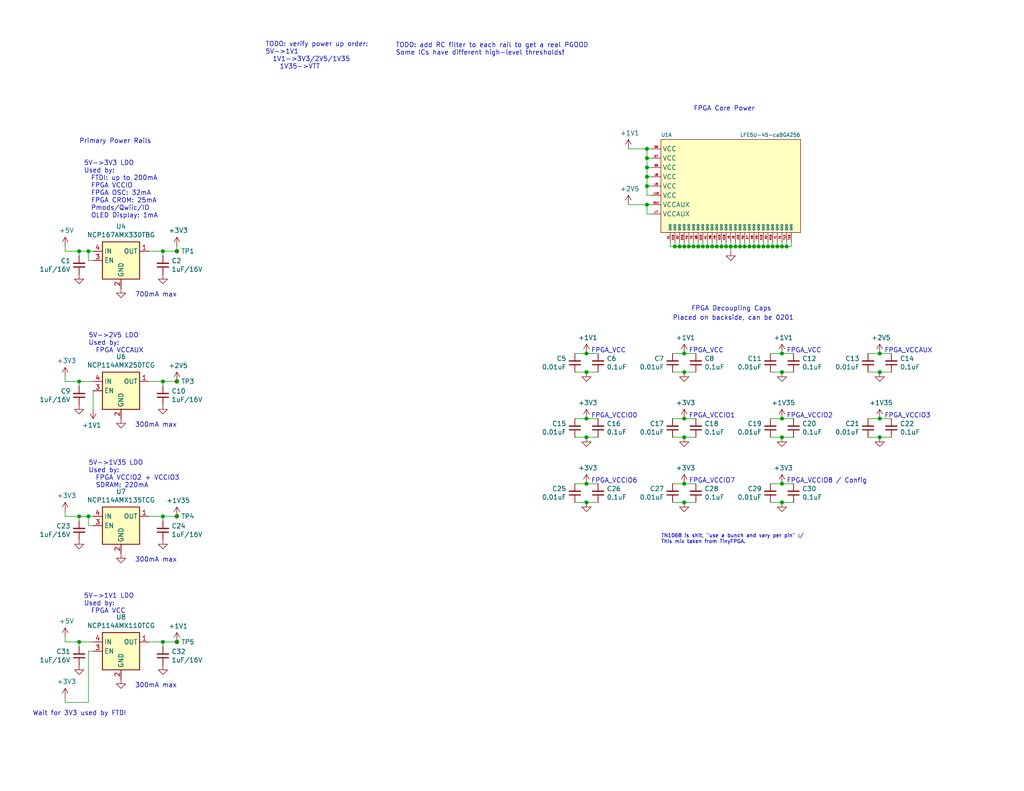
<source format=kicad_sch>
(kicad_sch (version 20200512) (host eeschema "(5.99.0-1839-gb83d64fc0)")
  (page 2 8)
  (paper "USLetter")
  (title_block (title "Power") (rev "r0"))
  (junction (at 21.59 68.58))
  (junction (at 21.59 104.14))
  (junction (at 21.59 140.97))
  (junction (at 21.59 175.26))
  (junction (at 24.13 68.58))
  (junction (at 24.13 140.97))
  (junction (at 44.45 68.58))
  (junction (at 44.45 104.14))
  (junction (at 44.45 140.97))
  (junction (at 44.45 175.26))
  (junction (at 48.26 68.58))
  (junction (at 48.26 104.14))
  (junction (at 48.26 140.97))
  (junction (at 48.26 175.26))
  (junction (at 160.02 96.52))
  (junction (at 160.02 101.6))
  (junction (at 160.02 114.3))
  (junction (at 160.02 119.38))
  (junction (at 160.02 132.08))
  (junction (at 160.02 137.16))
  (junction (at 176.53 40.64))
  (junction (at 176.53 43.18))
  (junction (at 176.53 45.72))
  (junction (at 176.53 48.26))
  (junction (at 176.53 50.8))
  (junction (at 176.53 55.88))
  (junction (at 184.15 67.31))
  (junction (at 185.42 67.31))
  (junction (at 186.69 67.31))
  (junction (at 186.69 96.52))
  (junction (at 186.69 101.6))
  (junction (at 186.69 114.3))
  (junction (at 186.69 119.38))
  (junction (at 186.69 132.08))
  (junction (at 186.69 137.16))
  (junction (at 187.96 67.31))
  (junction (at 189.23 67.31))
  (junction (at 190.5 67.31))
  (junction (at 191.77 67.31))
  (junction (at 193.04 67.31))
  (junction (at 194.31 67.31))
  (junction (at 195.58 67.31))
  (junction (at 196.85 67.31))
  (junction (at 198.12 67.31))
  (junction (at 199.39 67.31))
  (junction (at 200.66 67.31))
  (junction (at 201.93 67.31))
  (junction (at 203.2 67.31))
  (junction (at 204.47 67.31))
  (junction (at 205.74 67.31))
  (junction (at 207.01 67.31))
  (junction (at 208.28 67.31))
  (junction (at 209.55 67.31))
  (junction (at 210.82 67.31))
  (junction (at 212.09 67.31))
  (junction (at 213.36 67.31))
  (junction (at 213.36 96.52))
  (junction (at 213.36 101.6))
  (junction (at 213.36 114.3))
  (junction (at 213.36 119.38))
  (junction (at 213.36 132.08))
  (junction (at 213.36 137.16))
  (junction (at 214.63 67.31))
  (junction (at 240.03 96.52))
  (junction (at 240.03 101.6))
  (junction (at 240.03 114.3))
  (junction (at 240.03 119.38))
  (wire (pts (xy 17.78 68.58) (xy 17.78 67.31)))
  (wire (pts (xy 17.78 68.58) (xy 21.59 68.58)))
  (wire (pts (xy 17.78 104.14) (xy 17.78 102.87)))
  (wire (pts (xy 17.78 104.14) (xy 21.59 104.14)))
  (wire (pts (xy 17.78 140.97) (xy 17.78 139.7)))
  (wire (pts (xy 17.78 140.97) (xy 21.59 140.97)))
  (wire (pts (xy 17.78 175.26) (xy 17.78 173.99)))
  (wire (pts (xy 17.78 175.26) (xy 21.59 175.26)))
  (wire (pts (xy 17.78 191.77) (xy 17.78 190.5)))
  (wire (pts (xy 21.59 68.58) (xy 21.59 69.85)))
  (wire (pts (xy 21.59 104.14) (xy 21.59 105.41)))
  (wire (pts (xy 21.59 104.14) (xy 25.4 104.14)))
  (wire (pts (xy 21.59 140.97) (xy 21.59 142.24)))
  (wire (pts (xy 21.59 140.97) (xy 24.13 140.97)))
  (wire (pts (xy 21.59 175.26) (xy 21.59 176.53)))
  (wire (pts (xy 21.59 175.26) (xy 25.4 175.26)))
  (wire (pts (xy 24.13 68.58) (xy 21.59 68.58)))
  (wire (pts (xy 24.13 68.58) (xy 25.4 68.58)))
  (wire (pts (xy 24.13 71.12) (xy 24.13 68.58)))
  (wire (pts (xy 24.13 140.97) (xy 25.4 140.97)))
  (wire (pts (xy 24.13 143.51) (xy 24.13 140.97)))
  (wire (pts (xy 24.13 177.8) (xy 24.13 191.77)))
  (wire (pts (xy 24.13 191.77) (xy 17.78 191.77)))
  (wire (pts (xy 25.4 71.12) (xy 24.13 71.12)))
  (wire (pts (xy 25.4 106.68) (xy 25.4 111.76)))
  (wire (pts (xy 25.4 143.51) (xy 24.13 143.51)))
  (wire (pts (xy 25.4 177.8) (xy 24.13 177.8)))
  (wire (pts (xy 40.64 68.58) (xy 44.45 68.58)))
  (wire (pts (xy 40.64 104.14) (xy 44.45 104.14)))
  (wire (pts (xy 40.64 140.97) (xy 44.45 140.97)))
  (wire (pts (xy 40.64 175.26) (xy 44.45 175.26)))
  (wire (pts (xy 44.45 68.58) (xy 44.45 69.85)))
  (wire (pts (xy 44.45 68.58) (xy 48.26 68.58)))
  (wire (pts (xy 44.45 104.14) (xy 44.45 105.41)))
  (wire (pts (xy 44.45 104.14) (xy 48.26 104.14)))
  (wire (pts (xy 44.45 140.97) (xy 44.45 142.24)))
  (wire (pts (xy 44.45 140.97) (xy 48.26 140.97)))
  (wire (pts (xy 44.45 175.26) (xy 44.45 176.53)))
  (wire (pts (xy 44.45 175.26) (xy 48.26 175.26)))
  (wire (pts (xy 48.26 68.58) (xy 48.26 67.31)))
  (wire (pts (xy 156.845 101.6) (xy 160.02 101.6)))
  (wire (pts (xy 156.845 119.38) (xy 160.02 119.38)))
  (wire (pts (xy 156.845 137.16) (xy 160.02 137.16)))
  (wire (pts (xy 160.02 96.52) (xy 156.845 96.52)))
  (wire (pts (xy 160.02 101.6) (xy 163.195 101.6)))
  (wire (pts (xy 160.02 114.3) (xy 156.845 114.3)))
  (wire (pts (xy 160.02 119.38) (xy 163.195 119.38)))
  (wire (pts (xy 160.02 132.08) (xy 156.845 132.08)))
  (wire (pts (xy 160.02 137.16) (xy 163.195 137.16)))
  (wire (pts (xy 163.195 96.52) (xy 160.02 96.52)))
  (wire (pts (xy 163.195 114.3) (xy 160.02 114.3)))
  (wire (pts (xy 163.195 132.08) (xy 160.02 132.08)))
  (wire (pts (xy 171.45 40.64) (xy 176.53 40.64)))
  (wire (pts (xy 171.45 55.88) (xy 176.53 55.88)))
  (wire (pts (xy 176.53 40.64) (xy 176.53 43.18)))
  (wire (pts (xy 176.53 43.18) (xy 176.53 45.72)))
  (wire (pts (xy 176.53 43.18) (xy 177.8 43.18)))
  (wire (pts (xy 176.53 45.72) (xy 176.53 48.26)))
  (wire (pts (xy 176.53 45.72) (xy 177.8 45.72)))
  (wire (pts (xy 176.53 48.26) (xy 176.53 50.8)))
  (wire (pts (xy 176.53 48.26) (xy 177.8 48.26)))
  (wire (pts (xy 176.53 50.8) (xy 176.53 53.34)))
  (wire (pts (xy 176.53 50.8) (xy 177.8 50.8)))
  (wire (pts (xy 176.53 53.34) (xy 177.8 53.34)))
  (wire (pts (xy 176.53 55.88) (xy 176.53 58.42)))
  (wire (pts (xy 176.53 55.88) (xy 177.8 55.88)))
  (wire (pts (xy 176.53 58.42) (xy 177.8 58.42)))
  (wire (pts (xy 177.8 40.64) (xy 176.53 40.64)))
  (wire (pts (xy 182.88 66.04) (xy 182.88 67.31)))
  (wire (pts (xy 182.88 67.31) (xy 184.15 67.31)))
  (wire (pts (xy 183.515 101.6) (xy 186.69 101.6)))
  (wire (pts (xy 183.515 119.38) (xy 186.69 119.38)))
  (wire (pts (xy 183.515 137.16) (xy 186.69 137.16)))
  (wire (pts (xy 184.15 66.04) (xy 184.15 67.31)))
  (wire (pts (xy 184.15 67.31) (xy 185.42 67.31)))
  (wire (pts (xy 185.42 66.04) (xy 185.42 67.31)))
  (wire (pts (xy 185.42 67.31) (xy 186.69 67.31)))
  (wire (pts (xy 186.69 66.04) (xy 186.69 67.31)))
  (wire (pts (xy 186.69 67.31) (xy 187.96 67.31)))
  (wire (pts (xy 186.69 96.52) (xy 183.515 96.52)))
  (wire (pts (xy 186.69 101.6) (xy 189.865 101.6)))
  (wire (pts (xy 186.69 114.3) (xy 183.515 114.3)))
  (wire (pts (xy 186.69 119.38) (xy 189.865 119.38)))
  (wire (pts (xy 186.69 132.08) (xy 183.515 132.08)))
  (wire (pts (xy 186.69 137.16) (xy 189.865 137.16)))
  (wire (pts (xy 187.96 66.04) (xy 187.96 67.31)))
  (wire (pts (xy 187.96 67.31) (xy 189.23 67.31)))
  (wire (pts (xy 189.23 66.04) (xy 189.23 67.31)))
  (wire (pts (xy 189.23 67.31) (xy 190.5 67.31)))
  (wire (pts (xy 189.865 96.52) (xy 186.69 96.52)))
  (wire (pts (xy 189.865 114.3) (xy 186.69 114.3)))
  (wire (pts (xy 189.865 132.08) (xy 186.69 132.08)))
  (wire (pts (xy 190.5 66.04) (xy 190.5 67.31)))
  (wire (pts (xy 190.5 67.31) (xy 191.77 67.31)))
  (wire (pts (xy 191.77 66.04) (xy 191.77 67.31)))
  (wire (pts (xy 191.77 67.31) (xy 193.04 67.31)))
  (wire (pts (xy 193.04 66.04) (xy 193.04 67.31)))
  (wire (pts (xy 193.04 67.31) (xy 194.31 67.31)))
  (wire (pts (xy 194.31 66.04) (xy 194.31 67.31)))
  (wire (pts (xy 194.31 67.31) (xy 195.58 67.31)))
  (wire (pts (xy 195.58 66.04) (xy 195.58 67.31)))
  (wire (pts (xy 195.58 67.31) (xy 196.85 67.31)))
  (wire (pts (xy 196.85 66.04) (xy 196.85 67.31)))
  (wire (pts (xy 196.85 67.31) (xy 198.12 67.31)))
  (wire (pts (xy 198.12 66.04) (xy 198.12 67.31)))
  (wire (pts (xy 198.12 67.31) (xy 199.39 67.31)))
  (wire (pts (xy 199.39 66.04) (xy 199.39 67.31)))
  (wire (pts (xy 199.39 67.31) (xy 199.39 68.58)))
  (wire (pts (xy 199.39 67.31) (xy 200.66 67.31)))
  (wire (pts (xy 200.66 66.04) (xy 200.66 67.31)))
  (wire (pts (xy 200.66 67.31) (xy 201.93 67.31)))
  (wire (pts (xy 201.93 66.04) (xy 201.93 67.31)))
  (wire (pts (xy 201.93 67.31) (xy 203.2 67.31)))
  (wire (pts (xy 203.2 66.04) (xy 203.2 67.31)))
  (wire (pts (xy 203.2 67.31) (xy 204.47 67.31)))
  (wire (pts (xy 204.47 66.04) (xy 204.47 67.31)))
  (wire (pts (xy 204.47 67.31) (xy 205.74 67.31)))
  (wire (pts (xy 205.74 66.04) (xy 205.74 67.31)))
  (wire (pts (xy 205.74 67.31) (xy 207.01 67.31)))
  (wire (pts (xy 207.01 66.04) (xy 207.01 67.31)))
  (wire (pts (xy 207.01 67.31) (xy 208.28 67.31)))
  (wire (pts (xy 208.28 66.04) (xy 208.28 67.31)))
  (wire (pts (xy 208.28 67.31) (xy 209.55 67.31)))
  (wire (pts (xy 209.55 66.04) (xy 209.55 67.31)))
  (wire (pts (xy 209.55 67.31) (xy 210.82 67.31)))
  (wire (pts (xy 210.185 101.6) (xy 213.36 101.6)))
  (wire (pts (xy 210.185 114.3) (xy 213.36 114.3)))
  (wire (pts (xy 210.185 119.38) (xy 213.36 119.38)))
  (wire (pts (xy 210.185 137.16) (xy 213.36 137.16)))
  (wire (pts (xy 210.82 66.04) (xy 210.82 67.31)))
  (wire (pts (xy 210.82 67.31) (xy 212.09 67.31)))
  (wire (pts (xy 212.09 66.04) (xy 212.09 67.31)))
  (wire (pts (xy 212.09 67.31) (xy 213.36 67.31)))
  (wire (pts (xy 213.36 66.04) (xy 213.36 67.31)))
  (wire (pts (xy 213.36 67.31) (xy 214.63 67.31)))
  (wire (pts (xy 213.36 96.52) (xy 210.185 96.52)))
  (wire (pts (xy 213.36 101.6) (xy 216.535 101.6)))
  (wire (pts (xy 213.36 114.3) (xy 216.535 114.3)))
  (wire (pts (xy 213.36 119.38) (xy 216.535 119.38)))
  (wire (pts (xy 213.36 132.08) (xy 210.185 132.08)))
  (wire (pts (xy 213.36 137.16) (xy 216.535 137.16)))
  (wire (pts (xy 214.63 66.04) (xy 214.63 67.31)))
  (wire (pts (xy 214.63 67.31) (xy 215.9 67.31)))
  (wire (pts (xy 215.9 67.31) (xy 215.9 66.04)))
  (wire (pts (xy 216.535 96.52) (xy 213.36 96.52)))
  (wire (pts (xy 216.535 132.08) (xy 213.36 132.08)))
  (wire (pts (xy 236.855 101.6) (xy 240.03 101.6)))
  (wire (pts (xy 236.855 119.38) (xy 240.03 119.38)))
  (wire (pts (xy 240.03 96.52) (xy 236.855 96.52)))
  (wire (pts (xy 240.03 101.6) (xy 243.205 101.6)))
  (wire (pts (xy 240.03 114.3) (xy 236.855 114.3)))
  (wire (pts (xy 240.03 119.38) (xy 243.205 119.38)))
  (wire (pts (xy 243.205 96.52) (xy 240.03 96.52)))
  (wire (pts (xy 243.205 114.3) (xy 240.03 114.3)))
  (text "Wait for 3V3 used by FTDI" (at 8.89 195.58 0) (effects (font (size 1.27 1.27)) (justify left bottom)))
  (text "Primary Power Rails" (at 21.59 39.37 0) (effects (font (size 1.27 1.27)) (justify left bottom)))
  (text "5V->3V3 LDO\nUsed by:\n  FTDI: up to 200mA\n  FPGA VCCIO\n  FPGA OSC: 32mA\n  FPGA CROM: 25mA\n  Pmods/Qwiic/IO\n  OLED Display: 1mA" (at 22.86 59.69 0) (effects (font (size 1.27 1.27)) (justify left bottom)))
  (text "5V->1V1 LDO\nUsed by:\n  FPGA VCC" (at 22.86 167.64 0) (effects (font (size 1.27 1.27)) (justify left bottom)))
  (text "5V->2V5 LDO\nUsed by:\n  FPGA VCCAUX" (at 24.13 96.52 0) (effects (font (size 1.27 1.27)) (justify left bottom)))
  (text "5V->1V35 LDO\nUsed by:\n  FPGA VCCIO2 + VCCIO3\n  SDRAM: 220mA" (at 24.13 133.35 0) (effects (font (size 1.27 1.27)) (justify left bottom)))
  (text "700mA max" (at 36.83 81.28 0) (effects (font (size 1.27 1.27)) (justify left bottom)))
  (text "300mA max" (at 36.83 116.84 0) (effects (font (size 1.27 1.27)) (justify left bottom)))
  (text "300mA max" (at 36.83 153.67 0) (effects (font (size 1.27 1.27)) (justify left bottom)))
  (text "300mA max" (at 36.83 187.96 0) (effects (font (size 1.27 1.27)) (justify left bottom)))
  (text "TODO: verify power up order:\n5V->1V1\n  1V1->3V3/2V5/1V35\n    1V35->VTT" (at 72.39 19.05 0) (effects (font (size 1.27 1.27)) (justify left bottom)))
  (text "TODO: add RC filter to each rail to get a real PGOOD\nSome ICs have different high-level thresholds!" (at 107.95 15.24 0) (effects (font (size 1.27 1.27)) (justify left bottom)))
  (text "FPGA_VCC" (at 161.29 96.52 0) (effects (font (size 1.27 1.27)) (justify left bottom)))
  (text "FPGA_VCCIO0" (at 161.29 114.3 0) (effects (font (size 1.27 1.27)) (justify left bottom)))
  (text "FPGA_VCCIO6" (at 161.29 132.08 0) (effects (font (size 1.27 1.27)) (justify left bottom)))
  (text "TN1068 is shit, \"use a bunch and vary per pin\" :/\nThis mix taken from TinyFPGA." (at 180.34 148.59 0) (effects (font (size 0.9906 0.9906)) (justify left bottom)))
  (text "Placed on backside, can be 0201" (at 183.515 87.63 0) (effects (font (size 1.27 1.27)) (justify left bottom)))
  (text "FPGA_VCC" (at 187.96 96.52 0) (effects (font (size 1.27 1.27)) (justify left bottom)))
  (text "FPGA_VCCIO1" (at 187.96 114.3 0) (effects (font (size 1.27 1.27)) (justify left bottom)))
  (text "FPGA_VCCIO7" (at 187.96 132.08 0) (effects (font (size 1.27 1.27)) (justify left bottom)))
  (text "FPGA Decoupling Caps" (at 188.595 85.09 0) (effects (font (size 1.27 1.27)) (justify left bottom)))
  (text "FPGA Core Power" (at 189.23 30.48 0) (effects (font (size 1.27 1.27)) (justify left bottom)))
  (text "FPGA_VCC" (at 214.63 96.52 0) (effects (font (size 1.27 1.27)) (justify left bottom)))
  (text "FPGA_VCCIO2" (at 214.63 114.3 0) (effects (font (size 1.27 1.27)) (justify left bottom)))
  (text "FPGA_VCCIO8 / Config" (at 214.63 132.08 0) (effects (font (size 1.27 1.27)) (justify left bottom)))
  (text "FPGA_VCCAUX" (at 241.3 96.52 0) (effects (font (size 1.27 1.27)) (justify left bottom)))
  (text "FPGA_VCCIO3" (at 241.3 114.3 0) (effects (font (size 1.27 1.27)) (justify left bottom)))
  (symbol (lib_name "Connector:TestPoint_Small_1") (lib_id "Connector:TestPoint_Small") (at 48.26 68.58 270) (unit 1)
    (property "Reference" "TP1" (at 49.4031 68.58 90) (effects (justify left)))
    (property "Value" "TestPoint_Small" (effects hide))
    (property "Footprint" "TestPoint:TestPoint_THTPad_D1.0mm_Drill0.5mm" (effects hide))
  )
  (symbol (lib_name "Connector:TestPoint_Small_2") (lib_id "Connector:TestPoint_Small") (at 48.26 104.14 270) (unit 1)
    (property "Reference" "TP3" (at 49.4031 104.14 90) (effects (justify left)))
    (property "Value" "TestPoint_Small" (effects hide))
    (property "Footprint" "TestPoint:TestPoint_THTPad_D1.0mm_Drill0.5mm" (effects hide))
  )
  (symbol (lib_id "Connector:TestPoint_Small") (at 48.26 140.97 270) (unit 1)
    (property "Reference" "TP4" (at 49.4031 140.97 90) (effects (justify left)))
    (property "Value" "TestPoint_Small" (effects hide))
    (property "Footprint" "TestPoint:TestPoint_THTPad_D1.0mm_Drill0.5mm" (effects hide))
  )
  (symbol (lib_name "Connector:TestPoint_Small_3") (lib_id "Connector:TestPoint_Small") (at 48.26 175.26 270) (unit 1)
    (property "Reference" "TP5" (at 49.4031 175.26 90) (effects (justify left)))
    (property "Value" "TestPoint_Small" (effects hide))
    (property "Footprint" "TestPoint:TestPoint_THTPad_D1.0mm_Drill0.5mm" (effects hide))
  )
  (symbol (lib_id "power:+5V") (at 17.78 67.31 0) (unit 1)
    (property "Reference" "#PWR02" (effects hide))
    (property "Value" "+5V" (at 18.161 62.9158 0))
  )
  (symbol (lib_id "power:+3V3") (at 17.78 102.87 0) (unit 1)
    (property "Reference" "#PWR0105" (effects hide))
    (property "Value" "+3V3" (at 18.161 98.4758 0))
  )
  (symbol (lib_id "power:+3V3") (at 17.78 139.7 0) (unit 1)
    (property "Reference" "#PWR0109" (effects hide))
    (property "Value" "+3V3" (at 18.161 135.3058 0))
  )
  (symbol (lib_id "power:+5V") (at 17.78 173.99 0) (unit 1)
    (property "Reference" "#PWR031" (effects hide))
    (property "Value" "+5V" (at 18.161 169.5958 0))
  )
  (symbol (lib_id "power:+3V3") (at 17.78 190.5 0) (unit 1)
    (property "Reference" "#PWR035" (effects hide))
    (property "Value" "+3V3" (at 18.161 186.1058 0))
  )
  (symbol (lib_id "power:+1V1") (at 25.4 111.76 180) (unit 1)
    (property "Reference" "#PWR0106" (effects hide))
    (property "Value" "+1V1" (at 25.0317 116.0844 0))
  )
  (symbol (lib_id "power:+3V3") (at 48.26 67.31 0) (unit 1)
    (property "Reference" "#PWR03" (effects hide))
    (property "Value" "+3V3" (at 48.641 62.9158 0))
  )
  (symbol (lib_id "power:+2V5") (at 48.26 104.14 0) (unit 1)
    (property "Reference" "#PWR0104" (effects hide))
    (property "Value" "+2V5" (at 48.6283 99.8156 0))
  )
  (symbol (lib_id "power:+1V35") (at 48.26 140.97 0) (unit 1)
    (property "Reference" "#PWR0108" (effects hide))
    (property "Value" "+1V35" (at 48.6283 136.6456 0))
  )
  (symbol (lib_id "power:+1V1") (at 48.26 175.26 0) (unit 1)
    (property "Reference" "#PWR0107" (effects hide))
    (property "Value" "+1V1" (at 48.6283 170.9356 0))
  )
  (symbol (lib_id "power:+1V1") (at 160.02 96.52 0) (unit 1)
    (property "Reference" "#PWR0121" (effects hide))
    (property "Value" "+1V1" (at 160.3883 92.1956 0))
  )
  (symbol (lib_id "power:+3V3") (at 160.02 114.3 0) (unit 1)
    (property "Reference" "#PWR0126" (effects hide))
    (property "Value" "+3V3" (at 160.3883 109.9756 0))
  )
  (symbol (lib_id "power:+3V3") (at 160.02 132.08 0) (unit 1)
    (property "Reference" "#PWR0127" (effects hide))
    (property "Value" "+3V3" (at 160.3883 127.7556 0))
  )
  (symbol (lib_id "power:+1V1") (at 171.45 40.64 0) (unit 1)
    (property "Reference" "#PWR0119" (effects hide))
    (property "Value" "+1V1" (at 171.8183 36.3156 0))
  )
  (symbol (lib_id "power:+2V5") (at 171.45 55.88 0) (unit 1)
    (property "Reference" "#PWR0120" (effects hide))
    (property "Value" "+2V5" (at 171.8183 51.5556 0))
  )
  (symbol (lib_id "power:+1V1") (at 186.69 96.52 0) (unit 1)
    (property "Reference" "#PWR0123" (effects hide))
    (property "Value" "+1V1" (at 187.0583 92.1956 0))
  )
  (symbol (lib_id "power:+3V3") (at 186.69 114.3 0) (unit 1)
    (property "Reference" "#PWR0132" (effects hide))
    (property "Value" "+3V3" (at 187.0583 109.9756 0))
  )
  (symbol (lib_id "power:+3V3") (at 186.69 132.08 0) (unit 1)
    (property "Reference" "#PWR0129" (effects hide))
    (property "Value" "+3V3" (at 187.0583 127.7556 0))
  )
  (symbol (lib_id "power:+1V1") (at 213.36 96.52 0) (unit 1)
    (property "Reference" "#PWR0122" (effects hide))
    (property "Value" "+1V1" (at 213.7283 92.1956 0))
  )
  (symbol (lib_id "power:+1V35") (at 213.36 114.3 0) (unit 1)
    (property "Reference" "#PWR0114" (effects hide))
    (property "Value" "+1V35" (at 213.7283 109.9756 0))
  )
  (symbol (lib_id "power:+3V3") (at 213.36 132.08 0) (unit 1)
    (property "Reference" "#PWR0115" (effects hide))
    (property "Value" "+3V3" (at 213.7283 127.7556 0))
  )
  (symbol (lib_id "power:+2V5") (at 240.03 96.52 0) (unit 1)
    (property "Reference" "#PWR0134" (effects hide))
    (property "Value" "+2V5" (at 240.3983 92.1956 0))
  )
  (symbol (lib_id "power:+1V35") (at 240.03 114.3 0) (unit 1)
    (property "Reference" "#PWR0112" (effects hide))
    (property "Value" "+1V35" (at 240.3983 109.9756 0))
  )
  (symbol (lib_id "power:GND") (at 21.59 74.93 0) (unit 1)
    (property "Reference" "#PWR04" (effects hide))
    (property "Value" "GND" (effects hide))
  )
  (symbol (lib_id "power:GND") (at 21.59 110.49 0) (unit 1)
    (property "Reference" "#PWR015" (effects hide))
    (property "Value" "GND" (effects hide))
  )
  (symbol (lib_id "power:GND") (at 21.59 147.32 0) (unit 1)
    (property "Reference" "#PWR025" (effects hide))
    (property "Value" "GND" (effects hide))
  )
  (symbol (lib_id "power:GND") (at 21.59 181.61 0) (unit 1)
    (property "Reference" "#PWR032" (effects hide))
    (property "Value" "GND" (effects hide))
  )
  (symbol (lib_id "power:GND") (at 33.02 78.74 0) (unit 1)
    (property "Reference" "#PWR06" (effects hide))
    (property "Value" "GND" (effects hide))
  )
  (symbol (lib_id "power:GND") (at 33.02 114.3 0) (unit 1)
    (property "Reference" "#PWR017" (effects hide))
    (property "Value" "GND" (effects hide))
  )
  (symbol (lib_id "power:GND") (at 33.02 151.13 0) (unit 1)
    (property "Reference" "#PWR029" (effects hide))
    (property "Value" "GND" (effects hide))
  )
  (symbol (lib_id "power:GND") (at 33.02 185.42 0) (unit 1)
    (property "Reference" "#PWR034" (effects hide))
    (property "Value" "GND" (effects hide))
  )
  (symbol (lib_id "power:GND") (at 44.45 74.93 0) (unit 1)
    (property "Reference" "#PWR05" (effects hide))
    (property "Value" "GND" (effects hide))
  )
  (symbol (lib_id "power:GND") (at 44.45 110.49 0) (unit 1)
    (property "Reference" "#PWR016" (effects hide))
    (property "Value" "GND" (effects hide))
  )
  (symbol (lib_id "power:GND") (at 44.45 147.32 0) (unit 1)
    (property "Reference" "#PWR026" (effects hide))
    (property "Value" "GND" (effects hide))
  )
  (symbol (lib_id "power:GND") (at 44.45 181.61 0) (unit 1)
    (property "Reference" "#PWR033" (effects hide))
    (property "Value" "GND" (effects hide))
  )
  (symbol (lib_id "power:GND") (at 160.02 101.6 0) (unit 1)
    (property "Reference" "#PWR0125" (effects hide))
    (property "Value" "GND" (effects hide))
  )
  (symbol (lib_id "power:GND") (at 160.02 119.38 0) (unit 1)
    (property "Reference" "#PWR0128" (effects hide))
    (property "Value" "GND" (effects hide))
  )
  (symbol (lib_id "power:GND") (at 160.02 137.16 0) (unit 1)
    (property "Reference" "#PWR0131" (effects hide))
    (property "Value" "GND" (effects hide))
  )
  (symbol (lib_id "power:GND") (at 186.69 101.6 0) (unit 1)
    (property "Reference" "#PWR0133" (effects hide))
    (property "Value" "GND" (effects hide))
  )
  (symbol (lib_id "power:GND") (at 186.69 119.38 0) (unit 1)
    (property "Reference" "#PWR0130" (effects hide))
    (property "Value" "GND" (effects hide))
  )
  (symbol (lib_id "power:GND") (at 186.69 137.16 0) (unit 1)
    (property "Reference" "#PWR0124" (effects hide))
    (property "Value" "GND" (effects hide))
  )
  (symbol (lib_id "power:GND") (at 199.39 68.58 0) (unit 1)
    (property "Reference" "#PWR08" (effects hide))
    (property "Value" "GND" (effects hide))
  )
  (symbol (lib_id "power:GND") (at 213.36 101.6 0) (unit 1)
    (property "Reference" "#PWR0136" (effects hide))
    (property "Value" "GND" (effects hide))
  )
  (symbol (lib_id "power:GND") (at 213.36 119.38 0) (unit 1)
    (property "Reference" "#PWR0113" (effects hide))
    (property "Value" "GND" (effects hide))
  )
  (symbol (lib_id "power:GND") (at 213.36 137.16 0) (unit 1)
    (property "Reference" "#PWR0102" (effects hide))
    (property "Value" "GND" (effects hide))
  )
  (symbol (lib_id "power:GND") (at 240.03 101.6 0) (unit 1)
    (property "Reference" "#PWR0135" (effects hide))
    (property "Value" "GND" (effects hide))
  )
  (symbol (lib_id "power:GND") (at 240.03 119.38 0) (unit 1)
    (property "Reference" "#PWR0111" (effects hide))
    (property "Value" "GND" (effects hide))
  )
  (symbol (lib_id "Device:C_Small") (at 21.59 72.39 180) (unit 1)
    (property "Reference" "C1" (at 19.2532 71.2216 0) (effects (justify left)))
    (property "Value" "1uF/16V" (at 19.2532 73.533 0) (effects (justify left)))
    (property "Footprint" "Capacitor_SMD_RD:C_0402_1005Metric" (effects hide))
  )
  (symbol (lib_id "Device:C_Small") (at 21.59 107.95 180) (unit 1)
    (property "Reference" "C9" (at 19.2532 106.7816 0) (effects (justify left)))
    (property "Value" "1uF/16V" (at 19.2532 109.093 0) (effects (justify left)))
    (property "Footprint" "Capacitor_SMD_RD:C_0402_1005Metric" (effects hide))
  )
  (symbol (lib_id "Device:C_Small") (at 21.59 144.78 180) (unit 1)
    (property "Reference" "C23" (at 19.2532 143.6116 0) (effects (justify left)))
    (property "Value" "1uF/16V" (at 19.2532 145.923 0) (effects (justify left)))
    (property "Footprint" "Capacitor_SMD_RD:C_0402_1005Metric" (effects hide))
  )
  (symbol (lib_id "Device:C_Small") (at 21.59 179.07 180) (unit 1)
    (property "Reference" "C31" (at 19.2532 177.9016 0) (effects (justify left)))
    (property "Value" "1uF/16V" (at 19.2532 180.213 0) (effects (justify left)))
    (property "Footprint" "Capacitor_SMD_RD:C_0402_1005Metric" (effects hide))
  )
  (symbol (lib_id "Device:C_Small") (at 44.45 72.39 180) (unit 1)
    (property "Reference" "C2" (at 46.7868 71.2216 0) (effects (justify right)))
    (property "Value" "1uF/16V" (at 46.7868 73.533 0) (effects (justify right)))
    (property "Footprint" "Capacitor_SMD_RD:C_0402_1005Metric" (effects hide))
  )
  (symbol (lib_id "Device:C_Small") (at 44.45 107.95 180) (unit 1)
    (property "Reference" "C10" (at 46.7868 106.7816 0) (effects (justify right)))
    (property "Value" "1uF/16V" (at 46.7868 109.093 0) (effects (justify right)))
    (property "Footprint" "Capacitor_SMD_RD:C_0402_1005Metric" (effects hide))
  )
  (symbol (lib_id "Device:C_Small") (at 44.45 144.78 180) (unit 1)
    (property "Reference" "C24" (at 46.7868 143.6116 0) (effects (justify right)))
    (property "Value" "1uF/16V" (at 46.7868 145.923 0) (effects (justify right)))
    (property "Footprint" "Capacitor_SMD_RD:C_0402_1005Metric" (effects hide))
  )
  (symbol (lib_id "Device:C_Small") (at 44.45 179.07 180) (unit 1)
    (property "Reference" "C32" (at 46.7868 177.9016 0) (effects (justify right)))
    (property "Value" "1uF/16V" (at 46.7868 180.213 0) (effects (justify right)))
    (property "Footprint" "Capacitor_SMD_RD:C_0402_1005Metric" (effects hide))
  )
  (symbol (lib_name "Device:C_Small_1") (lib_id "Device:C_Small") (at 156.845 99.06 180) (unit 1)
    (property "Reference" "C5" (at 154.5336 97.8916 0) (effects (justify left)))
    (property "Value" "0.01uF" (at 154.5336 100.203 0) (effects (justify left)))
    (property "Footprint" "Capacitor_SMD_RD:C_0201_0603Metric" (effects hide))
  )
  (symbol (lib_name "Device:C_Small_5") (lib_id "Device:C_Small") (at 156.845 116.84 180) (unit 1)
    (property "Reference" "C15" (at 154.5336 115.6716 0) (effects (justify left)))
    (property "Value" "0.01uF" (at 154.5336 117.983 0) (effects (justify left)))
    (property "Footprint" "Capacitor_SMD_RD:C_0201_0603Metric" (effects hide))
  )
  (symbol (lib_name "Device:C_Small_9") (lib_id "Device:C_Small") (at 156.845 134.62 180) (unit 1)
    (property "Reference" "C25" (at 154.5336 133.4516 0) (effects (justify left)))
    (property "Value" "0.01uF" (at 154.5336 135.763 0) (effects (justify left)))
    (property "Footprint" "Capacitor_SMD_RD:C_0201_0603Metric" (effects hide))
  )
  (symbol (lib_name "Device:C_Small_2") (lib_id "Device:C_Small") (at 163.195 99.06 180) (unit 1)
    (property "Reference" "C6" (at 165.5318 97.8916 0) (effects (justify right)))
    (property "Value" "0.1uF" (at 165.5318 100.203 0) (effects (justify right)))
    (property "Footprint" "Capacitor_SMD_RD:C_0201_0603Metric" (effects hide))
  )
  (symbol (lib_name "Device:C_Small_6") (lib_id "Device:C_Small") (at 163.195 116.84 180) (unit 1)
    (property "Reference" "C16" (at 165.5318 115.6716 0) (effects (justify right)))
    (property "Value" "0.1uF" (at 165.5318 117.983 0) (effects (justify right)))
    (property "Footprint" "Capacitor_SMD_RD:C_0201_0603Metric" (effects hide))
  )
  (symbol (lib_name "Device:C_Small_10") (lib_id "Device:C_Small") (at 163.195 134.62 180) (unit 1)
    (property "Reference" "C26" (at 165.5318 133.4516 0) (effects (justify right)))
    (property "Value" "0.1uF" (at 165.5318 135.763 0) (effects (justify right)))
    (property "Footprint" "Capacitor_SMD_RD:C_0201_0603Metric" (effects hide))
  )
  (symbol (lib_name "Device:C_Small_13") (lib_id "Device:C_Small") (at 183.515 99.06 180) (unit 1)
    (property "Reference" "C7" (at 181.2036 97.8916 0) (effects (justify left)))
    (property "Value" "0.01uF" (at 181.2036 100.203 0) (effects (justify left)))
    (property "Footprint" "Capacitor_SMD_RD:C_0201_0603Metric" (effects hide))
  )
  (symbol (lib_name "Device:C_Small_17") (lib_id "Device:C_Small") (at 183.515 116.84 180) (unit 1)
    (property "Reference" "C17" (at 181.2036 115.6716 0) (effects (justify left)))
    (property "Value" "0.01uF" (at 181.2036 117.983 0) (effects (justify left)))
    (property "Footprint" "Capacitor_SMD_RD:C_0201_0603Metric" (effects hide))
  )
  (symbol (lib_name "Device:C_Small_21") (lib_id "Device:C_Small") (at 183.515 134.62 180) (unit 1)
    (property "Reference" "C27" (at 181.2036 133.4516 0) (effects (justify left)))
    (property "Value" "0.01uF" (at 181.2036 135.763 0) (effects (justify left)))
    (property "Footprint" "Capacitor_SMD_RD:C_0201_0603Metric" (effects hide))
  )
  (symbol (lib_name "Device:C_Small_14") (lib_id "Device:C_Small") (at 189.865 99.06 180) (unit 1)
    (property "Reference" "C8" (at 192.2018 97.8916 0) (effects (justify right)))
    (property "Value" "0.1uF" (at 192.2018 100.203 0) (effects (justify right)))
    (property "Footprint" "Capacitor_SMD_RD:C_0201_0603Metric" (effects hide))
  )
  (symbol (lib_name "Device:C_Small_18") (lib_id "Device:C_Small") (at 189.865 116.84 180) (unit 1)
    (property "Reference" "C18" (at 192.2018 115.6716 0) (effects (justify right)))
    (property "Value" "0.1uF" (at 192.2018 117.983 0) (effects (justify right)))
    (property "Footprint" "Capacitor_SMD_RD:C_0201_0603Metric" (effects hide))
  )
  (symbol (lib_name "Device:C_Small_22") (lib_id "Device:C_Small") (at 189.865 134.62 180) (unit 1)
    (property "Reference" "C28" (at 192.2018 133.4516 0) (effects (justify right)))
    (property "Value" "0.1uF" (at 192.2018 135.763 0) (effects (justify right)))
    (property "Footprint" "Capacitor_SMD_RD:C_0201_0603Metric" (effects hide))
  )
  (symbol (lib_name "Device:C_Small_3") (lib_id "Device:C_Small") (at 210.185 99.06 180) (unit 1)
    (property "Reference" "C11" (at 207.8736 97.8916 0) (effects (justify left)))
    (property "Value" "0.01uF" (at 207.8736 100.203 0) (effects (justify left)))
    (property "Footprint" "Capacitor_SMD_RD:C_0201_0603Metric" (effects hide))
  )
  (symbol (lib_name "Device:C_Small_7") (lib_id "Device:C_Small") (at 210.185 116.84 180) (unit 1)
    (property "Reference" "C19" (at 207.8736 115.6716 0) (effects (justify left)))
    (property "Value" "0.01uF" (at 207.8736 117.983 0) (effects (justify left)))
    (property "Footprint" "Capacitor_SMD_RD:C_0201_0603Metric" (effects hide))
  )
  (symbol (lib_name "Device:C_Small_11") (lib_id "Device:C_Small") (at 210.185 134.62 180) (unit 1)
    (property "Reference" "C29" (at 207.8736 133.4516 0) (effects (justify left)))
    (property "Value" "0.01uF" (at 207.8736 135.763 0) (effects (justify left)))
    (property "Footprint" "Capacitor_SMD_RD:C_0201_0603Metric" (effects hide))
  )
  (symbol (lib_name "Device:C_Small_4") (lib_id "Device:C_Small") (at 216.535 99.06 180) (unit 1)
    (property "Reference" "C12" (at 218.8718 97.8916 0) (effects (justify right)))
    (property "Value" "0.1uF" (at 218.8718 100.203 0) (effects (justify right)))
    (property "Footprint" "Capacitor_SMD_RD:C_0201_0603Metric" (effects hide))
  )
  (symbol (lib_name "Device:C_Small_8") (lib_id "Device:C_Small") (at 216.535 116.84 180) (unit 1)
    (property "Reference" "C20" (at 218.8718 115.6716 0) (effects (justify right)))
    (property "Value" "0.1uF" (at 218.8718 117.983 0) (effects (justify right)))
    (property "Footprint" "Capacitor_SMD_RD:C_0201_0603Metric" (effects hide))
  )
  (symbol (lib_name "Device:C_Small_12") (lib_id "Device:C_Small") (at 216.535 134.62 180) (unit 1)
    (property "Reference" "C30" (at 218.8718 133.4516 0) (effects (justify right)))
    (property "Value" "0.1uF" (at 218.8718 135.763 0) (effects (justify right)))
    (property "Footprint" "Capacitor_SMD_RD:C_0201_0603Metric" (effects hide))
  )
  (symbol (lib_name "Device:C_Small_15") (lib_id "Device:C_Small") (at 236.855 99.06 180) (unit 1)
    (property "Reference" "C13" (at 234.5436 97.8916 0) (effects (justify left)))
    (property "Value" "0.01uF" (at 234.5436 100.203 0) (effects (justify left)))
    (property "Footprint" "Capacitor_SMD_RD:C_0201_0603Metric" (effects hide))
  )
  (symbol (lib_name "Device:C_Small_19") (lib_id "Device:C_Small") (at 236.855 116.84 180) (unit 1)
    (property "Reference" "C21" (at 234.5436 115.6716 0) (effects (justify left)))
    (property "Value" "0.01uF" (at 234.5436 117.983 0) (effects (justify left)))
    (property "Footprint" "Capacitor_SMD_RD:C_0201_0603Metric" (effects hide))
  )
  (symbol (lib_name "Device:C_Small_16") (lib_id "Device:C_Small") (at 243.205 99.06 180) (unit 1)
    (property "Reference" "C14" (at 245.5418 97.8916 0) (effects (justify right)))
    (property "Value" "0.1uF" (at 245.5418 100.203 0) (effects (justify right)))
    (property "Footprint" "Capacitor_SMD_RD:C_0201_0603Metric" (effects hide))
  )
  (symbol (lib_name "Device:C_Small_20") (lib_id "Device:C_Small") (at 243.205 116.84 180) (unit 1)
    (property "Reference" "C22" (at 245.5418 115.6716 0) (effects (justify right)))
    (property "Value" "0.1uF" (at 245.5418 117.983 0) (effects (justify right)))
    (property "Footprint" "Capacitor_SMD_RD:C_0201_0603Metric" (effects hide))
  )
  (symbol (lib_name "Regulator_Linear_RD:NCP114AMX_3") (lib_id "Regulator_Linear_RD:NCP167AMX") (at 33.02 71.12 0) (unit 1)
    (property "Reference" "U4" (at 33.02 61.8298 0))
    (property "Value" "NCP167AMX330TBG" (at 33.02 64.129 0))
    (property "Footprint" "Package_DFN_QFN_RD:XDFN-4-1EP_1x1mm_P0.65mm_EP0.48x0.48mm" (effects hide))
    (property "Datasheet" "https://www.onsemi.com/pub/Collateral/NCP114-D.PDF" (effects hide))
  )
  (symbol (lib_name "Regulator_Linear_RD:NCP114AMX_4") (lib_id "Regulator_Linear_RD:NCP114AMX") (at 33.02 106.68 0) (unit 1)
    (property "Reference" "U6" (at 33.02 97.3898 0))
    (property "Value" "NCP114AMX250TCG" (at 33.02 99.689 0))
    (property "Footprint" "Package_DFN_QFN_RD:UDFN-4-1EP_1x1mm_P0.65mm_EP0.48x0.48mm" (effects hide))
    (property "Datasheet" "https://www.onsemi.com/pub/Collateral/NCP114-D.PDF" (effects hide))
  )
  (symbol (lib_name "Regulator_Linear_RD:NCP114AMX_1") (lib_id "Regulator_Linear_RD:NCP114AMX") (at 33.02 143.51 0) (unit 1)
    (property "Reference" "U7" (at 33.02 134.2198 0))
    (property "Value" "NCP114AMX135TCG" (at 33.02 136.519 0))
    (property "Footprint" "Package_DFN_QFN_RD:UDFN-4-1EP_1x1mm_P0.65mm_EP0.48x0.48mm" (effects hide))
    (property "Datasheet" "https://www.onsemi.com/pub/Collateral/NCP114-D.PDF" (effects hide))
  )
  (symbol (lib_id "Regulator_Linear_RD:NCP114AMX") (at 33.02 177.8 0) (unit 1)
    (property "Reference" "U8" (at 33.02 168.5098 0))
    (property "Value" "NCP114AMX110TCG" (at 33.02 170.8085 0))
    (property "Footprint" "Package_DFN_QFN_RD:UDFN-4-1EP_1x1mm_P0.65mm_EP0.48x0.48mm" (effects hide))
    (property "Datasheet" "https://www.onsemi.com/pub/Collateral/NCP114-D.PDF" (effects hide))
  )
  (symbol (lib_name "FPGA_Lattice_RD:LFE5U-XX-XBG256_1") (lib_id "FPGA_Lattice_RD:LFE5U-XX-XBG256") (at 199.39 55.88 0) (unit 1)
    (property "Reference" "U1" (at 180.34 36.83 0) (effects (font (size 0.991 0.991)) (justify left)))
    (property "Value" "LFE5U-45-caBGA256" (at 201.93 36.83 0) (effects (font (size 0.991 0.991)) (justify left)))
    (property "Footprint" "Package_BGA_RD:Lattice_caBGA-256_14x14mm_P0.8mm" (effects hide))
    (property "Datasheet" "http://www.latticesemi.com/view_document?document_id=50461" (effects hide))
  )
)
</source>
